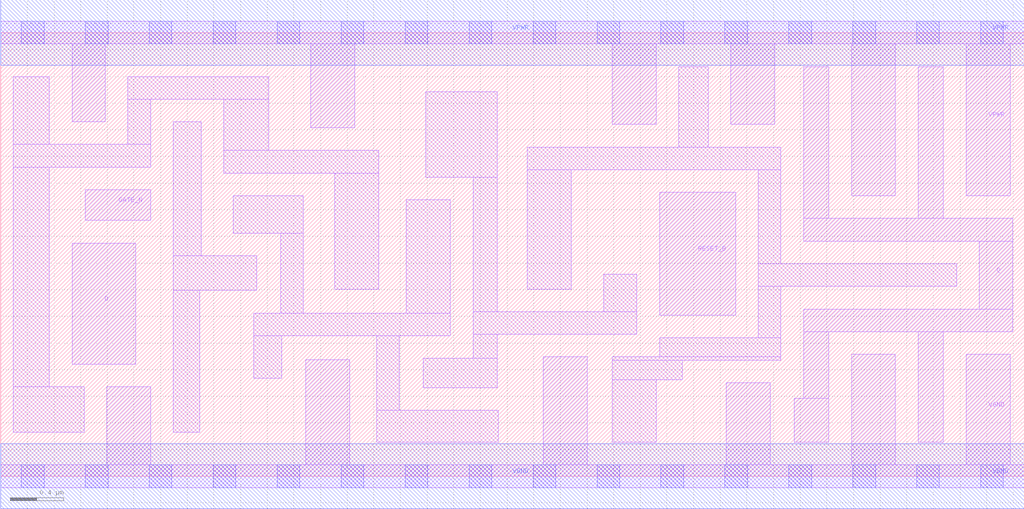
<source format=lef>
# Copyright 2020 The SkyWater PDK Authors
#
# Licensed under the Apache License, Version 2.0 (the "License");
# you may not use this file except in compliance with the License.
# You may obtain a copy of the License at
#
#     https://www.apache.org/licenses/LICENSE-2.0
#
# Unless required by applicable law or agreed to in writing, software
# distributed under the License is distributed on an "AS IS" BASIS,
# WITHOUT WARRANTIES OR CONDITIONS OF ANY KIND, either express or implied.
# See the License for the specific language governing permissions and
# limitations under the License.
#
# SPDX-License-Identifier: Apache-2.0

VERSION 5.7 ;
  NAMESCASESENSITIVE ON ;
  NOWIREEXTENSIONATPIN ON ;
  DIVIDERCHAR "/" ;
  BUSBITCHARS "[]" ;
UNITS
  DATABASE MICRONS 200 ;
END UNITS
MACRO sky130_fd_sc_lp__dlrtn_4
  CLASS CORE ;
  SOURCE USER ;
  FOREIGN sky130_fd_sc_lp__dlrtn_4 ;
  ORIGIN  0.000000  0.000000 ;
  SIZE  7.680000 BY  3.330000 ;
  SYMMETRY X Y R90 ;
  SITE unit ;
  PIN D
    ANTENNAGATEAREA  0.159000 ;
    DIRECTION INPUT ;
    USE SIGNAL ;
    PORT
      LAYER li1 ;
        RECT 0.535000 0.840000 1.015000 1.750000 ;
    END
  END D
  PIN Q
    ANTENNADIFFAREA  1.188600 ;
    DIRECTION OUTPUT ;
    USE SIGNAL ;
    PORT
      LAYER li1 ;
        RECT 5.955000 0.255000 6.215000 0.585000 ;
        RECT 6.025000 0.585000 6.215000 1.085000 ;
        RECT 6.025000 1.085000 7.595000 1.255000 ;
        RECT 6.025000 1.765000 7.595000 1.935000 ;
        RECT 6.025000 1.935000 6.215000 3.075000 ;
        RECT 6.885000 0.255000 7.075000 1.085000 ;
        RECT 6.885000 1.935000 7.075000 3.075000 ;
        RECT 7.345000 1.255000 7.595000 1.765000 ;
    END
  END Q
  PIN RESET_B
    ANTENNAGATEAREA  0.315000 ;
    DIRECTION INPUT ;
    USE SIGNAL ;
    PORT
      LAYER li1 ;
        RECT 4.945000 1.210000 5.515000 2.130000 ;
    END
  END RESET_B
  PIN GATE_N
    ANTENNAGATEAREA  0.159000 ;
    DIRECTION INPUT ;
    USE CLOCK ;
    PORT
      LAYER li1 ;
        RECT 0.635000 1.920000 1.125000 2.150000 ;
    END
  END GATE_N
  PIN VGND
    DIRECTION INOUT ;
    USE GROUND ;
    PORT
      LAYER li1 ;
        RECT 0.000000 -0.085000 7.680000 0.085000 ;
        RECT 0.795000  0.085000 1.125000 0.670000 ;
        RECT 2.290000  0.085000 2.620000 0.875000 ;
        RECT 4.070000  0.085000 4.400000 0.895000 ;
        RECT 5.445000  0.085000 5.775000 0.700000 ;
        RECT 6.385000  0.085000 6.715000 0.915000 ;
        RECT 7.245000  0.085000 7.575000 0.915000 ;
      LAYER mcon ;
        RECT 0.155000 -0.085000 0.325000 0.085000 ;
        RECT 0.635000 -0.085000 0.805000 0.085000 ;
        RECT 1.115000 -0.085000 1.285000 0.085000 ;
        RECT 1.595000 -0.085000 1.765000 0.085000 ;
        RECT 2.075000 -0.085000 2.245000 0.085000 ;
        RECT 2.555000 -0.085000 2.725000 0.085000 ;
        RECT 3.035000 -0.085000 3.205000 0.085000 ;
        RECT 3.515000 -0.085000 3.685000 0.085000 ;
        RECT 3.995000 -0.085000 4.165000 0.085000 ;
        RECT 4.475000 -0.085000 4.645000 0.085000 ;
        RECT 4.955000 -0.085000 5.125000 0.085000 ;
        RECT 5.435000 -0.085000 5.605000 0.085000 ;
        RECT 5.915000 -0.085000 6.085000 0.085000 ;
        RECT 6.395000 -0.085000 6.565000 0.085000 ;
        RECT 6.875000 -0.085000 7.045000 0.085000 ;
        RECT 7.355000 -0.085000 7.525000 0.085000 ;
      LAYER met1 ;
        RECT 0.000000 -0.245000 7.680000 0.245000 ;
    END
  END VGND
  PIN VPWR
    DIRECTION INOUT ;
    USE POWER ;
    PORT
      LAYER li1 ;
        RECT 0.000000 3.245000 7.680000 3.415000 ;
        RECT 0.535000 2.660000 0.785000 3.245000 ;
        RECT 2.325000 2.615000 2.655000 3.245000 ;
        RECT 4.590000 2.640000 4.920000 3.245000 ;
        RECT 5.480000 2.640000 5.810000 3.245000 ;
        RECT 6.385000 2.105000 6.715000 3.245000 ;
        RECT 7.245000 2.105000 7.575000 3.245000 ;
      LAYER mcon ;
        RECT 0.155000 3.245000 0.325000 3.415000 ;
        RECT 0.635000 3.245000 0.805000 3.415000 ;
        RECT 1.115000 3.245000 1.285000 3.415000 ;
        RECT 1.595000 3.245000 1.765000 3.415000 ;
        RECT 2.075000 3.245000 2.245000 3.415000 ;
        RECT 2.555000 3.245000 2.725000 3.415000 ;
        RECT 3.035000 3.245000 3.205000 3.415000 ;
        RECT 3.515000 3.245000 3.685000 3.415000 ;
        RECT 3.995000 3.245000 4.165000 3.415000 ;
        RECT 4.475000 3.245000 4.645000 3.415000 ;
        RECT 4.955000 3.245000 5.125000 3.415000 ;
        RECT 5.435000 3.245000 5.605000 3.415000 ;
        RECT 5.915000 3.245000 6.085000 3.415000 ;
        RECT 6.395000 3.245000 6.565000 3.415000 ;
        RECT 6.875000 3.245000 7.045000 3.415000 ;
        RECT 7.355000 3.245000 7.525000 3.415000 ;
      LAYER met1 ;
        RECT 0.000000 3.085000 7.680000 3.575000 ;
    END
  END VPWR
  OBS
    LAYER li1 ;
      RECT 0.095000 0.330000 0.625000 0.670000 ;
      RECT 0.095000 0.670000 0.365000 2.320000 ;
      RECT 0.095000 2.320000 1.125000 2.490000 ;
      RECT 0.095000 2.490000 0.365000 3.000000 ;
      RECT 0.955000 2.490000 1.125000 2.830000 ;
      RECT 0.955000 2.830000 2.010000 3.000000 ;
      RECT 1.295000 0.330000 1.495000 1.395000 ;
      RECT 1.295000 1.395000 1.920000 1.655000 ;
      RECT 1.295000 1.655000 1.505000 2.660000 ;
      RECT 1.675000 2.275000 2.835000 2.445000 ;
      RECT 1.675000 2.445000 2.010000 2.830000 ;
      RECT 1.745000 1.825000 2.270000 2.105000 ;
      RECT 1.900000 0.735000 2.110000 1.055000 ;
      RECT 1.900000 1.055000 3.375000 1.225000 ;
      RECT 2.100000 1.225000 2.270000 1.825000 ;
      RECT 2.505000 1.405000 2.835000 2.275000 ;
      RECT 2.820000 0.255000 3.735000 0.495000 ;
      RECT 2.820000 0.495000 2.990000 1.055000 ;
      RECT 3.045000 1.225000 3.375000 2.075000 ;
      RECT 3.170000 0.665000 3.725000 0.885000 ;
      RECT 3.190000 2.245000 3.725000 2.885000 ;
      RECT 3.545000 0.885000 3.725000 1.065000 ;
      RECT 3.545000 1.065000 4.775000 1.235000 ;
      RECT 3.545000 1.235000 3.725000 2.245000 ;
      RECT 3.950000 1.405000 4.280000 2.300000 ;
      RECT 3.950000 2.300000 5.855000 2.470000 ;
      RECT 4.525000 1.235000 4.775000 1.515000 ;
      RECT 4.590000 0.255000 4.920000 0.725000 ;
      RECT 4.590000 0.725000 5.115000 0.870000 ;
      RECT 4.590000 0.870000 5.855000 0.895000 ;
      RECT 4.945000 0.895000 5.855000 1.040000 ;
      RECT 5.090000 2.470000 5.310000 3.075000 ;
      RECT 5.685000 1.040000 5.855000 1.425000 ;
      RECT 5.685000 1.425000 7.175000 1.595000 ;
      RECT 5.685000 1.595000 5.855000 2.300000 ;
  END
END sky130_fd_sc_lp__dlrtn_4

</source>
